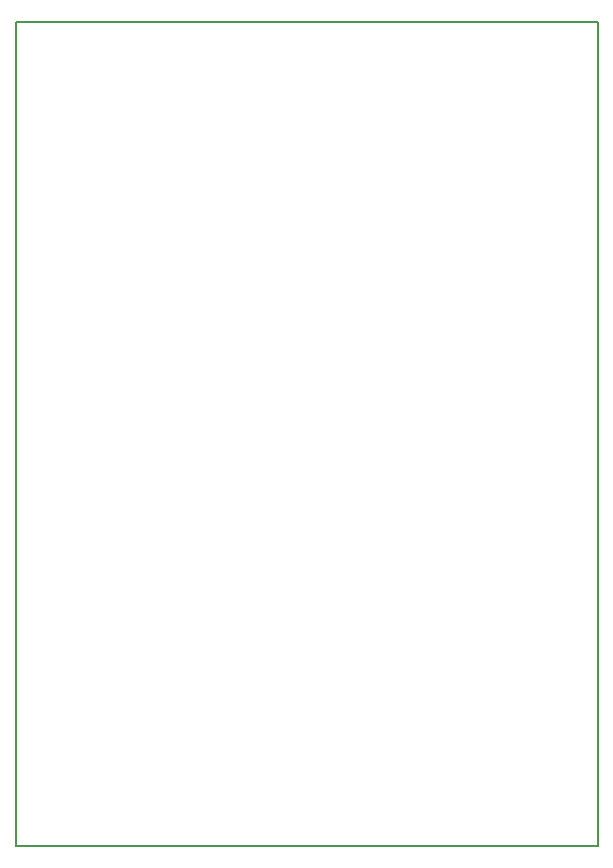
<source format=gbr>
G04 #@! TF.GenerationSoftware,KiCad,Pcbnew,7.0.5*
G04 #@! TF.CreationDate,2023-11-03T09:35:20+00:00*
G04 #@! TF.ProjectId,MaxTENS,4d617854-454e-4532-9e6b-696361645f70,rev?*
G04 #@! TF.SameCoordinates,Original*
G04 #@! TF.FileFunction,Profile,NP*
%FSLAX46Y46*%
G04 Gerber Fmt 4.6, Leading zero omitted, Abs format (unit mm)*
G04 Created by KiCad (PCBNEW 7.0.5) date 2023-11-03 09:35:20*
%MOMM*%
%LPD*%
G01*
G04 APERTURE LIST*
G04 #@! TA.AperFunction,Profile*
%ADD10C,0.200000*%
G04 #@! TD*
G04 APERTURE END LIST*
D10*
X198850000Y-40345000D02*
X248120000Y-40345000D01*
X248120000Y-110155000D01*
X198850000Y-110155000D01*
X198850000Y-40345000D01*
M02*

</source>
